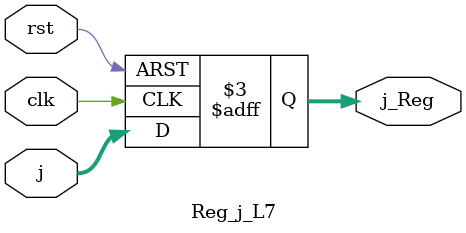
<source format=v>
module Reg_j_L7(j_Reg,clk,rst,j);
output reg [1:0] j_Reg;
input clk,rst;
input [1:0] j;

always @ (posedge clk or negedge rst)
	begin
		if (!rst ) 
			j_Reg<=0; 
		else  
			j_Reg<=j; 
	end
endmodule

</source>
